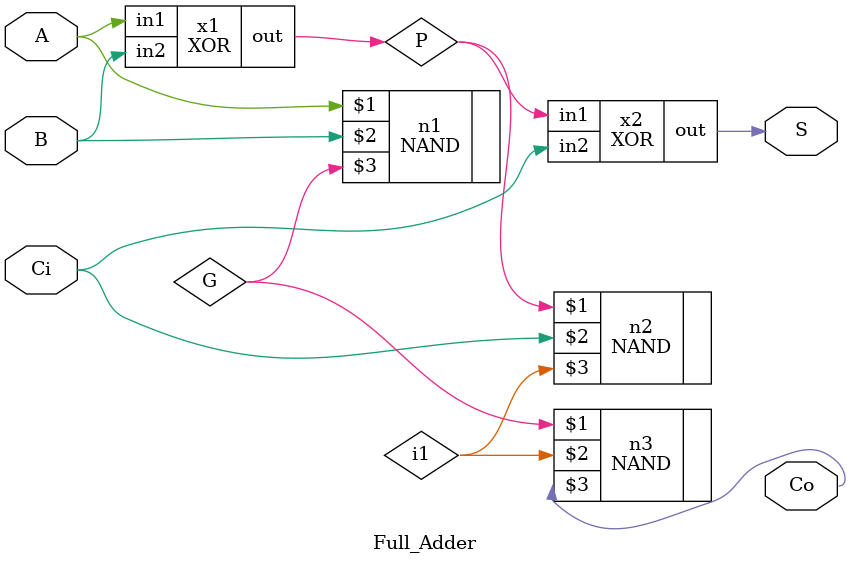
<source format=v>
`timescale 1ns / 1ps
module XOR(
    input in1,
    input in2,
    output out
    );

	buf#(5) (out,in1 ^ in2);
	
endmodule

/*
module NAND(
    input in1,
    input in2,
    output out
    );
	buf#(2) (out,~(in1 & in2));

endmodule
*/

module Full_Adder(
    input A,
    input B,
    input Ci,
    output S,
    output Co
    );
	wire P , i1 , G  ;
	XOR x1(A,B,P);
	NAND n1(A,B,G);	
	
	XOR x2(P,Ci,S);
	NAND n2(P,Ci,i1);
	
	NAND n3(G,i1,Co);
	
endmodule
</source>
